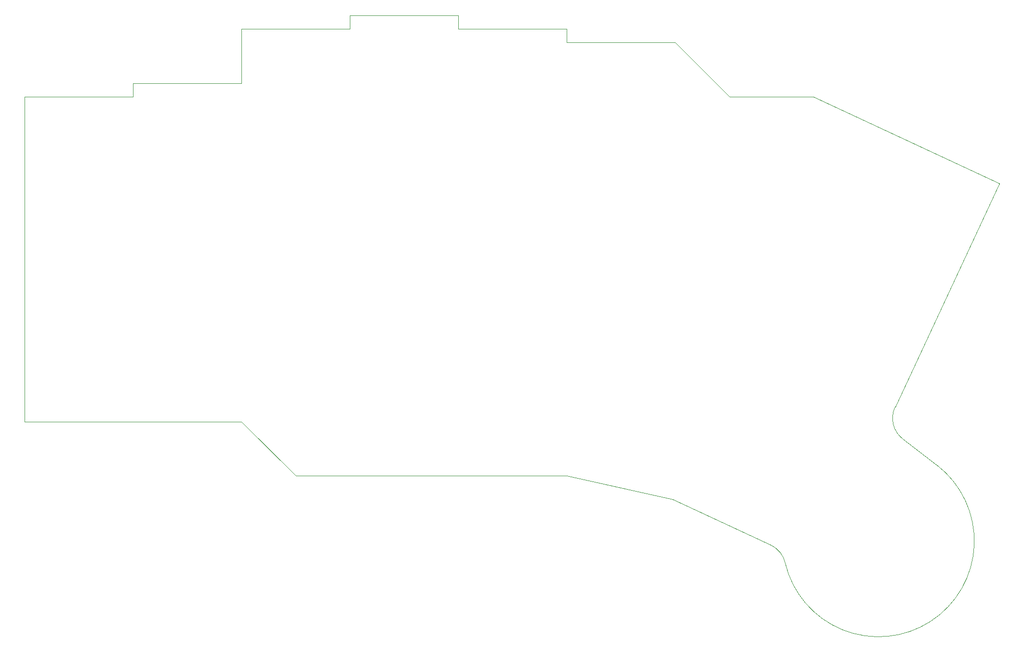
<source format=gbr>
%TF.GenerationSoftware,KiCad,Pcbnew,7.0.5*%
%TF.CreationDate,2024-03-19T15:00:49+08:00*%
%TF.ProjectId,J-50x,4a2d3530-782e-46b6-9963-61645f706362,rev?*%
%TF.SameCoordinates,Original*%
%TF.FileFunction,Profile,NP*%
%FSLAX46Y46*%
G04 Gerber Fmt 4.6, Leading zero omitted, Abs format (unit mm)*
G04 Created by KiCad (PCBNEW 7.0.5) date 2024-03-19 15:00:49*
%MOMM*%
%LPD*%
G01*
G04 APERTURE LIST*
%TA.AperFunction,Profile*%
%ADD10C,0.100000*%
%TD*%
G04 APERTURE END LIST*
D10*
X129770000Y-69845000D02*
X129770000Y-67464000D01*
X91670000Y-65082000D02*
X91670000Y-67464000D01*
X34520000Y-136520000D02*
X72620000Y-136520000D01*
X129770000Y-67464000D02*
X110720000Y-67464000D01*
X168140157Y-161349114D02*
G75*
G03*
X194784066Y-144141202I16392543J3849604D01*
G01*
X205804024Y-94615231D02*
X187454237Y-133927774D01*
X187454226Y-133927769D02*
G75*
G03*
X188859566Y-139587177I4155774J-1972231D01*
G01*
X53570000Y-76989000D02*
X53570000Y-79370000D01*
X110720000Y-65082000D02*
X91670000Y-65082000D01*
X34520000Y-79370000D02*
X34520000Y-136520000D01*
X72620000Y-136520000D02*
X82145000Y-146045000D01*
X148370036Y-150166521D02*
X165636140Y-158216074D01*
X148820000Y-69845000D02*
X129770000Y-69845000D01*
X110720000Y-67464000D02*
X110720000Y-65082000D01*
X148370036Y-150166521D02*
X129770802Y-146044608D01*
X72620000Y-67464000D02*
X72620000Y-76989000D01*
X158345000Y-79370000D02*
X173099719Y-79370000D01*
X148820000Y-69845000D02*
X158345000Y-79370000D01*
X205802981Y-94616175D02*
X173099719Y-79370000D01*
X53570000Y-79370000D02*
X34520000Y-79370000D01*
X129770000Y-146045000D02*
X82145000Y-146045000D01*
X91670000Y-67464000D02*
X72620000Y-67464000D01*
X194784067Y-144141200D02*
X188859566Y-139587177D01*
X168140190Y-161349106D02*
G75*
G03*
X165636140Y-158216075I-4474590J-1009094D01*
G01*
X72620000Y-76989000D02*
X53570000Y-76989000D01*
M02*

</source>
